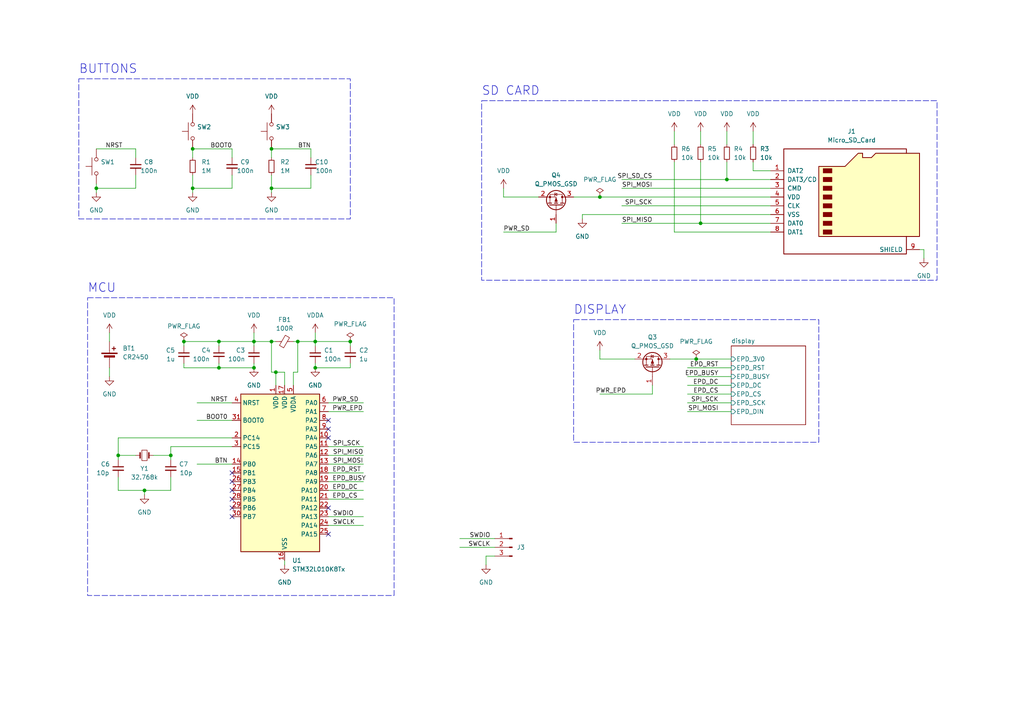
<source format=kicad_sch>
(kicad_sch (version 20230121) (generator eeschema)
  (paper "A4")
  (title_block (title "Photo Frame - Main") (date "2023-11-01") (company "Ricardo Falcão"))
  (lib_symbols
    (symbol "Connector:Conn_01x03_Pin" (pin_names (offset 1.016) hide)
      (property "Reference" "J" (at 0 5.08 0))
      (property "Value" "Conn_01x03_Pin" (at 0 -5.08 0))
      (symbol "Conn_01x03_Pin_1_1"
        (polyline (pts (xy 1.27 -2.54) (xy 0.8636 -2.54)) (stroke (width 0.1524)))
        (polyline (pts (xy 1.27 0) (xy 0.8636 0)) (stroke (width 0.1524)))
        (polyline (pts (xy 1.27 2.54) (xy 0.8636 2.54)) (stroke (width 0.1524)))
        (rectangle (start 0.8636 -2.413) (end 0 -2.667) (stroke (width 0.1524)) (fill (type outline)))
        (rectangle (start 0.8636 0.127) (end 0 -0.127) (stroke (width 0.1524)) (fill (type outline)))
        (rectangle (start 0.8636 2.667) (end 0 2.413) (stroke (width 0.1524)) (fill (type outline)))
        (pin passive line (at 5.08 2.54 180) (length 3.81) (name "Pin_1") (number "1"))
        (pin passive line (at 5.08 0 180) (length 3.81) (name "Pin_2") (number "2"))
        (pin passive line (at 5.08 -2.54 180) (length 3.81) (name "Pin_3") (number "3"))
      )
    )
    (symbol "Connector:Micro_SD_Card" (pin_names (offset 1.016))
      (property "Reference" "J" (at -16.51 15.24 0))
      (property "Value" "Micro_SD_Card" (at 16.51 15.24 0))
      (symbol "Micro_SD_Card_0_1"
        (rectangle (start -7.62 -9.525) (end -5.08 -10.795) (fill (type outline)))
        (rectangle (start -7.62 -6.985) (end -5.08 -8.255) (fill (type outline)))
        (rectangle (start -7.62 -4.445) (end -5.08 -5.715) (fill (type outline)))
        (rectangle (start -7.62 -1.905) (end -5.08 -3.175) (fill (type outline)))
        (rectangle (start -7.62 0.635) (end -5.08 -0.635) (fill (type outline)))
        (rectangle (start -7.62 3.175) (end -5.08 1.905) (fill (type outline)))
        (rectangle (start -7.62 5.715) (end -5.08 4.445) (fill (type outline)))
        (rectangle (start -7.62 8.255) (end -5.08 6.985) (fill (type outline)))
        (polyline (pts (xy 16.51 12.7) (xy 16.51 13.97) (xy -19.05 13.97) (xy -19.05 -16.51) (xy 16.51 -16.51) (xy 16.51 -11.43)) (stroke (width 0.254)))
        (polyline (pts (xy -8.89 -11.43) (xy -8.89 8.89) (xy -1.27 8.89) (xy 2.54 12.7) (xy 3.81 12.7) (xy 3.81 11.43) (xy 6.35 11.43) (xy 7.62 12.7) (xy 20.32 12.7) (xy 20.32 -11.43) (xy -8.89 -11.43)) (stroke (width 0.254)) (fill (type background)))
      )
      (symbol "Micro_SD_Card_1_1"
        (pin bidirectional line (at -22.86 7.62 0) (length 3.81) (name "DAT2") (number "1"))
        (pin bidirectional line (at -22.86 5.08 0) (length 3.81) (name "DAT3/CD") (number "2"))
        (pin input line (at -22.86 2.54 0) (length 3.81) (name "CMD") (number "3"))
        (pin power_in line (at -22.86 0 0) (length 3.81) (name "VDD") (number "4"))
        (pin input line (at -22.86 -2.54 0) (length 3.81) (name "CLK") (number "5"))
        (pin power_in line (at -22.86 -5.08 0) (length 3.81) (name "VSS") (number "6"))
        (pin bidirectional line (at -22.86 -7.62 0) (length 3.81) (name "DAT0") (number "7"))
        (pin bidirectional line (at -22.86 -10.16 0) (length 3.81) (name "DAT1") (number "8"))
        (pin passive line (at 20.32 -15.24 180) (length 3.81) (name "SHIELD") (number "9"))
      )
    )
    (symbol "Device:Battery_Cell" (pin_numbers hide) (pin_names (offset 0) hide)
      (property "Reference" "BT" (at 2.54 2.54 0))
      (property "Value" "Battery_Cell" (at 2.54 0 0))
      (symbol "Battery_Cell_0_1"
        (rectangle (start -2.286 1.778) (end 2.286 1.524) (fill (type outline)))
        (rectangle (start -1.524 1.016) (end 1.524 0.508) (fill (type outline)))
        (polyline (pts (xy 0 0.762) (xy 0 0)))
        (polyline (pts (xy 0 1.778) (xy 0 2.54)))
        (polyline (pts (xy 0.762 3.048) (xy 1.778 3.048)) (stroke (width 0.254)))
        (polyline (pts (xy 1.27 3.556) (xy 1.27 2.54)) (stroke (width 0.254)))
      )
      (symbol "Battery_Cell_1_1"
        (pin passive line (at 0 5.08 270) (length 2.54) (name "+") (number "1"))
        (pin passive line (at 0 -2.54 90) (length 2.54) (name "-") (number "2"))
      )
    )
    (symbol "Device:C_Small" (pin_numbers hide) (pin_names (offset 0.254) hide)
      (property "Reference" "C" (at 0.254 1.778 0))
      (property "Value" "C_Small" (at 0.254 -2.032 0))
      (symbol "C_Small_0_1"
        (polyline (pts (xy -1.524 -0.508) (xy 1.524 -0.508)) (stroke (width 0.3302)))
        (polyline (pts (xy -1.524 0.508) (xy 1.524 0.508)) (stroke (width 0.3048)))
      )
      (symbol "C_Small_1_1"
        (pin passive line (at 0 2.54 270) (length 2.032) (name "~") (number "1"))
        (pin passive line (at 0 -2.54 90) (length 2.032) (name "~") (number "2"))
      )
    )
    (symbol "Device:Crystal_Small" (pin_numbers hide) (pin_names (offset 1.016) hide)
      (property "Reference" "Y" (at 0 2.54 0))
      (property "Value" "Crystal_Small" (at 0 -2.54 0))
      (symbol "Crystal_Small_0_1"
        (rectangle (start -0.762 -1.524) (end 0.762 1.524))
        (polyline (pts (xy -1.27 -0.762) (xy -1.27 0.762)) (stroke (width 0.381)))
        (polyline (pts (xy 1.27 -0.762) (xy 1.27 0.762)) (stroke (width 0.381)))
      )
      (symbol "Crystal_Small_1_1"
        (pin passive line (at -2.54 0 0) (length 1.27) (name "1") (number "1"))
        (pin passive line (at 2.54 0 180) (length 1.27) (name "2") (number "2"))
      )
    )
    (symbol "Device:FerriteBead_Small" (pin_numbers hide) (pin_names (offset 0))
      (property "Reference" "FB" (at 1.905 1.27 0))
      (property "Value" "FerriteBead_Small" (at 1.905 -1.27 0))
      (symbol "FerriteBead_Small_0_1"
        (polyline (pts (xy 0 -1.27) (xy 0 -0.7874)))
        (polyline (pts (xy 0 0.889) (xy 0 1.2954)))
        (polyline (pts (xy -1.8288 0.2794) (xy -1.1176 1.4986) (xy 1.8288 -0.2032) (xy 1.1176 -1.4224) (xy -1.8288 0.2794)))
      )
      (symbol "FerriteBead_Small_1_1"
        (pin passive line (at 0 2.54 270) (length 1.27) (name "~") (number "1"))
        (pin passive line (at 0 -2.54 90) (length 1.27) (name "~") (number "2"))
      )
    )
    (symbol "Device:Q_PMOS_GSD" (pin_names (offset 0) hide)
      (property "Reference" "Q" (at 5.08 1.27 0))
      (property "Value" "Q_PMOS_GSD" (at 5.08 -1.27 0))
      (symbol "Q_PMOS_GSD_0_1"
        (polyline (pts (xy 0.254 0) (xy -2.54 0)))
        (polyline (pts (xy 0.254 1.905) (xy 0.254 -1.905)) (stroke (width 0.254)))
        (polyline (pts (xy 0.762 -1.27) (xy 0.762 -2.286)) (stroke (width 0.254)))
        (polyline (pts (xy 0.762 0.508) (xy 0.762 -0.508)) (stroke (width 0.254)))
        (polyline (pts (xy 0.762 2.286) (xy 0.762 1.27)) (stroke (width 0.254)))
        (polyline (pts (xy 2.54 2.54) (xy 2.54 1.778)))
        (polyline (pts (xy 2.54 -2.54) (xy 2.54 0) (xy 0.762 0)))
        (polyline (pts (xy 0.762 1.778) (xy 3.302 1.778) (xy 3.302 -1.778) (xy 0.762 -1.778)))
        (polyline (pts (xy 2.286 0) (xy 1.27 0.381) (xy 1.27 -0.381) (xy 2.286 0)) (fill (type outline)))
        (polyline (pts (xy 2.794 -0.508) (xy 2.921 -0.381) (xy 3.683 -0.381) (xy 3.81 -0.254)))
        (polyline (pts (xy 3.302 -0.381) (xy 2.921 0.254) (xy 3.683 0.254) (xy 3.302 -0.381)))
        (circle (center 1.651 0) (radius 2.794) (stroke (width 0.254)))
        (circle (center 2.54 -1.778) (radius 0.254) (fill (type outline)))
        (circle (center 2.54 1.778) (radius 0.254) (fill (type outline)))
      )
      (symbol "Q_PMOS_GSD_1_1"
        (pin input line (at -5.08 0 0) (length 2.54) (name "G") (number "1"))
        (pin passive line (at 2.54 -5.08 90) (length 2.54) (name "S") (number "2"))
        (pin passive line (at 2.54 5.08 270) (length 2.54) (name "D") (number "3"))
      )
    )
    (symbol "Device:R_Small" (pin_numbers hide) (pin_names (offset 0.254) hide)
      (property "Reference" "R" (at 0.762 0.508 0))
      (property "Value" "R_Small" (at 0.762 -1.016 0))
      (symbol "R_Small_0_1"
        (rectangle (start -0.762 1.778) (end 0.762 -1.778) (stroke (width 0.2032)))
      )
      (symbol "R_Small_1_1"
        (pin passive line (at 0 2.54 270) (length 0.762) (name "~") (number "1"))
        (pin passive line (at 0 -2.54 90) (length 0.762) (name "~") (number "2"))
      )
    )
    (symbol "MCU_ST_STM32L0:STM32L010K8Tx"
      (property "Reference" "U" (at -10.16 24.13 0))
      (property "Value" "STM32L010K8Tx" (at 7.62 24.13 0))
      (symbol "STM32L010K8Tx_0_1"
        (rectangle (start -10.16 -22.86) (end 12.7 22.86) (stroke (width 0.254)) (fill (type background)))
      )
      (symbol "STM32L010K8Tx_1_1"
        (pin power_in line (at 0 25.4 270) (length 2.54) (name "VDD") (number "1"))
        (pin bidirectional line (at 15.24 10.16 180) (length 2.54) (name "PA4") (number "10"))
        (pin bidirectional line (at 15.24 7.62 180) (length 2.54) (name "PA5") (number "11"))
        (pin bidirectional line (at 15.24 5.08 180) (length 2.54) (name "PA6") (number "12"))
        (pin bidirectional line (at 15.24 2.54 180) (length 2.54) (name "PA7") (number "13"))
        (pin bidirectional line (at -12.7 2.54 0) (length 2.54) (name "PB0") (number "14"))
        (pin bidirectional line (at -12.7 0 0) (length 2.54) (name "PB1") (number "15"))
        (pin power_in line (at 2.54 -25.4 90) (length 2.54) (name "VSS") (number "16"))
        (pin power_in line (at 2.54 25.4 270) (length 2.54) (name "VDD") (number "17"))
        (pin bidirectional line (at 15.24 0 180) (length 2.54) (name "PA8") (number "18"))
        (pin bidirectional line (at 15.24 -2.54 180) (length 2.54) (name "PA9") (number "19"))
        (pin bidirectional line (at -12.7 10.16 0) (length 2.54) (name "PC14") (number "2"))
        (pin bidirectional line (at 15.24 -5.08 180) (length 2.54) (name "PA10") (number "20"))
        (pin bidirectional line (at 15.24 -7.62 180) (length 2.54) (name "PA11") (number "21"))
        (pin bidirectional line (at 15.24 -10.16 180) (length 2.54) (name "PA12") (number "22"))
        (pin bidirectional line (at 15.24 -12.7 180) (length 2.54) (name "PA13") (number "23"))
        (pin bidirectional line (at 15.24 -15.24 180) (length 2.54) (name "PA14") (number "24"))
        (pin bidirectional line (at 15.24 -17.78 180) (length 2.54) (name "PA15") (number "25"))
        (pin bidirectional line (at -12.7 -2.54 0) (length 2.54) (name "PB3") (number "26"))
        (pin bidirectional line (at -12.7 -5.08 0) (length 2.54) (name "PB4") (number "27"))
        (pin bidirectional line (at -12.7 -7.62 0) (length 2.54) (name "PB5") (number "28"))
        (pin bidirectional line (at -12.7 -10.16 0) (length 2.54) (name "PB6") (number "29"))
        (pin bidirectional line (at -12.7 7.62 0) (length 2.54) (name "PC15") (number "3"))
        (pin bidirectional line (at -12.7 -12.7 0) (length 2.54) (name "PB7") (number "30"))
        (pin input line (at -12.7 15.24 0) (length 2.54) (name "BOOT0") (number "31"))
        (pin passive line (at 2.54 -25.4 90) (length 2.54) hide (name "VSS") (number "32"))
        (pin input line (at -12.7 20.32 0) (length 2.54) (name "NRST") (number "4"))
        (pin power_in line (at 5.08 25.4 270) (length 2.54) (name "VDDA") (number "5"))
        (pin bidirectional line (at 15.24 20.32 180) (length 2.54) (name "PA0") (number "6"))
        (pin bidirectional line (at 15.24 17.78 180) (length 2.54) (name "PA1") (number "7"))
        (pin bidirectional line (at 15.24 15.24 180) (length 2.54) (name "PA2") (number "8"))
        (pin bidirectional line (at 15.24 12.7 180) (length 2.54) (name "PA3") (number "9"))
      )
    )
    (symbol "Switch:SW_Push" (pin_numbers hide) (pin_names (offset 1.016) hide)
      (property "Reference" "SW" (at 1.27 2.54 0))
      (property "Value" "SW_Push" (at 0 -1.524 0))
      (symbol "SW_Push_0_1"
        (circle (center -2.032 0) (radius 0.508))
        (polyline (pts (xy 0 1.27) (xy 0 3.048)))
        (polyline (pts (xy 2.54 1.27) (xy -2.54 1.27)))
        (circle (center 2.032 0) (radius 0.508))
        (pin passive line (at -5.08 0 0) (length 2.54) (name "1") (number "1"))
        (pin passive line (at 5.08 0 180) (length 2.54) (name "2") (number "2"))
      )
    )
    (symbol "power:GND" (power) (pin_names (offset 0))
      (property "Value" "GND" (at 0 -3.81 0))
      (symbol "GND_0_1"
        (polyline (pts (xy 0 0) (xy 0 -1.27) (xy 1.27 -1.27) (xy 0 -2.54) (xy -1.27 -1.27) (xy 0 -1.27)))
      )
      (symbol "GND_1_1"
        (pin power_in line (at 0 0 270) (length 0) hide (name "GND") (number "1"))
      )
    )
    (symbol "power:PWR_FLAG" (power) (pin_numbers hide) (pin_names (offset 0) hide)
      (property "Value" "PWR_FLAG" (at 0 3.81 0))
      (symbol "PWR_FLAG_0_0"
        (pin power_out line (at 0 0 90) (length 0) (name "pwr") (number "1"))
      )
      (symbol "PWR_FLAG_0_1"
        (polyline (pts (xy 0 0) (xy 0 1.27) (xy -1.016 1.905) (xy 0 2.54) (xy 1.016 1.905) (xy 0 1.27)))
      )
    )
    (symbol "power:VDD" (power) (pin_names (offset 0))
      (property "Value" "VDD" (at 0 3.81 0))
      (symbol "VDD_0_1"
        (polyline (pts (xy -0.762 1.27) (xy 0 2.54)))
        (polyline (pts (xy 0 0) (xy 0 2.54)))
        (polyline (pts (xy 0 2.54) (xy 0.762 1.27)))
      )
      (symbol "VDD_1_1"
        (pin power_in line (at 0 0 90) (length 0) hide (name "VDD") (number "1"))
      )
    )
    (symbol "power:VDDA" (power) (pin_names (offset 0))
      (property "Value" "VDDA" (at 0 3.81 0))
      (symbol "VDDA_0_1"
        (polyline (pts (xy -0.762 1.27) (xy 0 2.54)))
        (polyline (pts (xy 0 0) (xy 0 2.54)))
        (polyline (pts (xy 0 2.54) (xy 0.762 1.27)))
      )
      (symbol "VDDA_1_1"
        (pin power_in line (at 0 0 90) (length 0) hide (name "VDDA") (number "1"))
      )
    )
  )
  (junction (at 27.94 54.61))
  (junction (at 78.74 54.61))
  (junction (at 91.44 99.06))
  (junction (at 203.2 64.77))
  (junction (at 80.01 107.95))
  (junction (at 78.74 43.18))
  (junction (at 49.53 132.08))
  (junction (at 73.66 99.06))
  (junction (at 78.74 99.06))
  (junction (at 210.82 52.07))
  (junction (at 73.66 106.68))
  (junction (at 55.88 54.61))
  (junction (at 41.91 142.24))
  (junction (at 63.5 106.68))
  (junction (at 173.99 57.15))
  (junction (at 34.29 132.08))
  (junction (at 201.93 104.14))
  (junction (at 86.36 99.06))
  (junction (at 63.5 99.06))
  (junction (at 55.88 43.18))
  (junction (at 91.44 106.68))
  (junction (at 101.6 99.06))
  (junction (at 53.34 99.06))
  (no_connect (at 67.31 139.7))
  (no_connect (at 95.25 127))
  (no_connect (at 67.31 147.32))
  (no_connect (at 95.25 154.94))
  (no_connect (at 67.31 149.86))
  (no_connect (at 67.31 144.78))
  (no_connect (at 95.25 147.32))
  (no_connect (at 67.31 142.24))
  (no_connect (at 95.25 121.92))
  (no_connect (at 95.25 124.46))
  (no_connect (at 67.31 137.16))
  (wire (pts (xy 34.29 127) (xy 67.31 127)))
  (wire (pts (xy 223.52 49.53) (xy 218.44 49.53)))
  (wire (pts (xy 85.09 107.95) (xy 85.09 111.76)))
  (wire (pts (xy 49.53 132.08) (xy 44.45 132.08)))
  (wire (pts (xy 101.6 99.06) (xy 101.6 100.33)))
  (wire (pts (xy 78.74 50.8) (xy 78.74 54.61)))
  (wire (pts (xy 55.88 54.61) (xy 67.31 54.61)))
  (wire (pts (xy 80.01 111.76) (xy 80.01 107.95)))
  (wire (pts (xy 173.99 104.14) (xy 184.15 104.14)))
  (wire (pts (xy 95.25 116.84) (xy 105.41 116.84)))
  (wire (pts (xy 95.25 119.38) (xy 105.41 119.38)))
  (wire (pts (xy 199.39 119.38) (xy 212.09 119.38)))
  (wire (pts (xy 140.97 161.29) (xy 140.97 163.83)))
  (wire (pts (xy 63.5 106.68) (xy 53.34 106.68)))
  (wire (pts (xy 78.74 55.88) (xy 78.74 54.61)))
  (wire (pts (xy 218.44 49.53) (xy 218.44 46.99)))
  (wire (pts (xy 168.91 63.5) (xy 168.91 62.23)))
  (wire (pts (xy 34.29 132.08) (xy 34.29 133.35)))
  (wire (pts (xy 34.29 142.24) (xy 34.29 138.43)))
  (wire (pts (xy 73.66 99.06) (xy 78.74 99.06)))
  (wire (pts (xy 173.99 101.6) (xy 173.99 104.14)))
  (wire (pts (xy 63.5 105.41) (xy 63.5 106.68)))
  (wire (pts (xy 34.29 132.08) (xy 39.37 132.08)))
  (wire (pts (xy 95.25 149.86) (xy 105.41 149.86)))
  (wire (pts (xy 95.25 132.08) (xy 105.41 132.08)))
  (wire (pts (xy 91.44 99.06) (xy 101.6 99.06)))
  (wire (pts (xy 146.05 57.15) (xy 156.21 57.15)))
  (wire (pts (xy 146.05 54.61) (xy 146.05 57.15)))
  (wire (pts (xy 143.51 156.21) (xy 133.35 156.21)))
  (wire (pts (xy 194.31 104.14) (xy 201.93 104.14)))
  (wire (pts (xy 31.75 109.22) (xy 31.75 106.68)))
  (wire (pts (xy 95.25 142.24) (xy 105.41 142.24)))
  (wire (pts (xy 166.37 57.15) (xy 173.99 57.15)))
  (wire (pts (xy 91.44 105.41) (xy 91.44 106.68)))
  (wire (pts (xy 27.94 54.61) (xy 39.37 54.61)))
  (wire (pts (xy 41.91 143.51) (xy 41.91 142.24)))
  (wire (pts (xy 168.91 62.23) (xy 223.52 62.23)))
  (wire (pts (xy 78.74 107.95) (xy 80.01 107.95)))
  (wire (pts (xy 27.94 55.88) (xy 27.94 54.61)))
  (wire (pts (xy 78.74 43.18) (xy 90.17 43.18)))
  (wire (pts (xy 73.66 100.33) (xy 73.66 99.06)))
  (wire (pts (xy 95.25 134.62) (xy 105.41 134.62)))
  (wire (pts (xy 210.82 52.07) (xy 223.52 52.07)))
  (wire (pts (xy 95.25 139.7) (xy 105.41 139.7)))
  (wire (pts (xy 34.29 127) (xy 34.29 132.08)))
  (wire (pts (xy 55.88 55.88) (xy 55.88 54.61)))
  (wire (pts (xy 73.66 106.68) (xy 63.5 106.68)))
  (wire (pts (xy 143.51 158.75) (xy 133.35 158.75)))
  (wire (pts (xy 195.58 38.1) (xy 195.58 41.91)))
  (wire (pts (xy 95.25 129.54) (xy 105.41 129.54)))
  (wire (pts (xy 78.74 99.06) (xy 80.01 99.06)))
  (wire (pts (xy 73.66 105.41) (xy 73.66 106.68)))
  (wire (pts (xy 31.75 96.52) (xy 31.75 99.06)))
  (wire (pts (xy 223.52 67.31) (xy 195.58 67.31)))
  (wire (pts (xy 78.74 99.06) (xy 78.74 107.95)))
  (wire (pts (xy 199.39 116.84) (xy 212.09 116.84)))
  (wire (pts (xy 203.2 46.99) (xy 203.2 64.77)))
  (wire (pts (xy 101.6 105.41) (xy 101.6 106.68)))
  (wire (pts (xy 39.37 50.8) (xy 39.37 54.61)))
  (wire (pts (xy 146.05 67.31) (xy 161.29 67.31)))
  (wire (pts (xy 180.34 54.61) (xy 223.52 54.61)))
  (wire (pts (xy 180.34 52.07) (xy 210.82 52.07)))
  (wire (pts (xy 67.31 116.84) (xy 57.15 116.84)))
  (wire (pts (xy 173.99 57.15) (xy 223.52 57.15)))
  (wire (pts (xy 189.23 111.76) (xy 189.23 114.3)))
  (wire (pts (xy 86.36 99.06) (xy 85.09 99.06)))
  (wire (pts (xy 218.44 38.1) (xy 218.44 41.91)))
  (wire (pts (xy 161.29 64.77) (xy 161.29 67.31)))
  (wire (pts (xy 180.34 64.77) (xy 203.2 64.77)))
  (wire (pts (xy 86.36 99.06) (xy 91.44 99.06)))
  (wire (pts (xy 67.31 45.72) (xy 67.31 43.18)))
  (wire (pts (xy 41.91 142.24) (xy 34.29 142.24)))
  (wire (pts (xy 55.88 45.72) (xy 55.88 43.18)))
  (wire (pts (xy 210.82 46.99) (xy 210.82 52.07)))
  (wire (pts (xy 199.39 106.68) (xy 212.09 106.68)))
  (wire (pts (xy 91.44 106.68) (xy 101.6 106.68)))
  (wire (pts (xy 78.74 54.61) (xy 90.17 54.61)))
  (wire (pts (xy 78.74 45.72) (xy 78.74 43.18)))
  (wire (pts (xy 53.34 99.06) (xy 53.34 100.33)))
  (wire (pts (xy 91.44 100.33) (xy 91.44 99.06)))
  (wire (pts (xy 49.53 133.35) (xy 49.53 132.08)))
  (wire (pts (xy 267.97 72.39) (xy 267.97 74.93)))
  (wire (pts (xy 195.58 67.31) (xy 195.58 46.99)))
  (wire (pts (xy 55.88 50.8) (xy 55.88 54.61)))
  (wire (pts (xy 203.2 64.77) (xy 223.52 64.77)))
  (wire (pts (xy 49.53 129.54) (xy 67.31 129.54)))
  (wire (pts (xy 95.25 144.78) (xy 105.41 144.78)))
  (wire (pts (xy 199.39 109.22) (xy 212.09 109.22)))
  (wire (pts (xy 90.17 45.72) (xy 90.17 43.18)))
  (wire (pts (xy 90.17 50.8) (xy 90.17 54.61)))
  (wire (pts (xy 49.53 129.54) (xy 49.53 132.08)))
  (wire (pts (xy 95.25 152.4) (xy 105.41 152.4)))
  (wire (pts (xy 67.31 50.8) (xy 67.31 54.61)))
  (wire (pts (xy 67.31 121.92) (xy 57.15 121.92)))
  (wire (pts (xy 73.66 96.52) (xy 73.66 99.06)))
  (wire (pts (xy 53.34 105.41) (xy 53.34 106.68)))
  (wire (pts (xy 27.94 54.61) (xy 27.94 53.34)))
  (wire (pts (xy 86.36 99.06) (xy 86.36 107.95)))
  (wire (pts (xy 49.53 138.43) (xy 49.53 142.24)))
  (wire (pts (xy 82.55 163.83) (xy 82.55 162.56)))
  (wire (pts (xy 267.97 72.39) (xy 266.7 72.39)))
  (wire (pts (xy 86.36 107.95) (xy 85.09 107.95)))
  (wire (pts (xy 63.5 99.06) (xy 63.5 100.33)))
  (wire (pts (xy 203.2 38.1) (xy 203.2 41.91)))
  (wire (pts (xy 82.55 107.95) (xy 82.55 111.76)))
  (wire (pts (xy 173.99 114.3) (xy 189.23 114.3)))
  (wire (pts (xy 143.51 161.29) (xy 140.97 161.29)))
  (wire (pts (xy 27.94 43.18) (xy 39.37 43.18)))
  (wire (pts (xy 55.88 43.18) (xy 67.31 43.18)))
  (wire (pts (xy 80.01 107.95) (xy 82.55 107.95)))
  (wire (pts (xy 39.37 45.72) (xy 39.37 43.18)))
  (wire (pts (xy 199.39 114.3) (xy 212.09 114.3)))
  (wire (pts (xy 201.93 104.14) (xy 212.09 104.14)))
  (wire (pts (xy 63.5 99.06) (xy 53.34 99.06)))
  (wire (pts (xy 95.25 137.16) (xy 105.41 137.16)))
  (wire (pts (xy 210.82 38.1) (xy 210.82 41.91)))
  (wire (pts (xy 91.44 96.52) (xy 91.44 99.06)))
  (wire (pts (xy 41.91 142.24) (xy 49.53 142.24)))
  (wire (pts (xy 180.34 59.69) (xy 223.52 59.69)))
  (wire (pts (xy 67.31 134.62) (xy 57.15 134.62)))
  (wire (pts (xy 73.66 99.06) (xy 63.5 99.06)))
  (wire (pts (xy 199.39 111.76) (xy 212.09 111.76)))
  (rectangle (start 139.7 29.21) (end 271.78 81.28) (stroke (width 0) (type dash)))
  (rectangle (start 166.37 92.71) (end 237.49 128.27) (stroke (width 0) (type dash)))
  (rectangle (start 22.86 22.86) (end 101.6 63.5) (stroke (width 0) (type dash)))
  (rectangle (start 25.4 86.36) (end 114.3 172.72) (stroke (width 0) (type dash)))
  (text "BUTTONS" (at 22.86 21.59 0) (effects (font (size 2.54 2.54)) (justify left bottom)))
  (text "SD CARD" (at 139.7 27.94 0) (effects (font (size 2.54 2.54)) (justify left bottom)))
  (text "MCU" (at 25.4 85.09 0) (effects (font (size 2.54 2.54)) (justify left bottom)))
  (text "DISPLAY" (at 166.37 91.44 0) (effects (font (size 2.54 2.54)) (justify left bottom)))
  (label "EPD_DC" (at 208.4092 111.76 180))
  (label "BOOT0" (at 66.04 121.92 180))
  (label "SPI_MISO" (at 189.23 64.77 180))
  (label "EPD_BUSY" (at 96.3908 139.7 0))
  (label "PWR_SD" (at 153.67 67.31 180))
  (label "PWR_SD" (at 96.3908 116.84 0))
  (label "EPD_RST" (at 208.4092 106.68 180))
  (label "NRST" (at 35.56 43.18 180))
  (label "BTN" (at 90.17 43.18 180))
  (label "EPD_CS" (at 208.4092 114.3 180))
  (label "SPI_SCK" (at 208.4092 116.84 180))
  (label "SWCLK" (at 96.52 152.4 0))
  (label "SPI_MISO" (at 96.52 132.08 0))
  (label "PWR_EPD" (at 181.61 114.3 180))
  (label "BOOT0" (at 67.31 43.18 180))
  (label "SWDIO" (at 96.52 149.86 0))
  (label "EPD_DC" (at 96.3908 142.24 0))
  (label "SWCLK" (at 142.24 158.75 180))
  (label "SPI_SD_CS" (at 189.23 52.07 180))
  (label "SPI_SCK" (at 189.23 59.69 180))
  (label "SPI_MOSI" (at 208.4092 119.38 180))
  (label "NRST" (at 66.04 116.84 180))
  (label "SPI_MOSI" (at 189.23 54.61 180))
  (label "EPD_BUSY" (at 208.4092 109.22 180))
  (label "BTN" (at 66.04 134.62 180))
  (label "SPI_MOSI" (at 96.52 134.62 0))
  (label "PWR_EPD" (at 96.3908 119.38 0))
  (label "EPD_RST" (at 96.3908 137.16 0))
  (label "EPD_CS" (at 96.3908 144.78 0))
  (label "SPI_SCK" (at 96.52 129.54 0))
  (label "SWDIO" (at 142.24 156.21 180))
  (symbol (lib_id "power:GND") (at 27.94 55.88 0) (unit 1)
    (property "Reference" "#PWR07" (effects hide))
    (property "Value" "GND" (at 27.94 60.96 0))
  )
  (symbol (lib_id "Connector:Conn_01x03_Pin") (at 148.59 158.75 0) (mirror y) (unit 1)
    (property "Reference" "J3" (at 149.86 158.75 0) (effects (justify right)))
    (property "Value" "Conn_01x03_Pin" (effects hide))
    (property "Footprint" "Connector_PinSocket_2.54mm:PinSocket_1x03_P2.54mm_Vertical" (effects hide))
  )
  (symbol (lib_id "power:GND") (at 78.74 55.88 0) (unit 1)
    (property "Reference" "#PWR011" (effects hide))
    (property "Value" "GND" (at 78.74 60.96 0))
  )
  (symbol (lib_id "power:PWR_FLAG") (at 53.34 99.06 0) (unit 1)
    (property "Reference" "#FLG01" (effects hide))
    (property "Value" "PWR_FLAG" (at 53.34 94.615 0))
  )
  (symbol (lib_id "power:PWR_FLAG") (at 101.6 99.06 0) (unit 1)
    (property "Reference" "#FLG04" (effects hide))
    (property "Value" "PWR_FLAG" (at 101.6 93.98 0))
  )
  (symbol (lib_id "MCU_ST_STM32L0:STM32L010K8Tx") (at 80.01 137.16 0) (unit 1)
    (property "Reference" "U1" (at 84.7441 162.56 0) (effects (justify left)))
    (property "Value" "STM32L010K8Tx" (at 84.7441 165.1 0) (effects (justify left)))
    (property "Footprint" "Package_QFP:LQFP-32_7x7mm_P0.8mm" (effects hide))
    (property "Datasheet" "https://www.st.com/resource/en/datasheet/stm32l010k8.pdf" (effects hide))
  )
  (symbol (lib_id "Device:Battery_Cell") (at 31.75 104.14 0) (unit 1)
    (property "Reference" "BT1" (at 35.56 101.0285 0) (effects (justify left)))
    (property "Value" "CR2450" (at 35.56 103.5685 0) (effects (justify left)))
  )
  (symbol (lib_id "power:GND") (at 73.66 106.68 0) (mirror y) (unit 1)
    (property "Reference" "#PWR04" (effects hide))
    (property "Value" "GND" (at 73.66 111.76 0))
  )
  (symbol (lib_id "Device:R_Small") (at 218.44 44.45 180) (unit 1)
    (property "Reference" "R3" (at 220.4229 43.18 0) (effects (justify right)))
    (property "Value" "10k" (at 220.4229 45.72 0) (effects (justify right)))
    (property "Footprint" "Resistor_SMD:R_0603_1608Metric" (effects hide))
  )
  (symbol (lib_id "power:GND") (at 82.55 163.83 0) (unit 1)
    (property "Reference" "#PWR06" (effects hide))
    (property "Value" "GND" (at 82.55 168.91 0))
  )
  (symbol (lib_id "Device:C_Small") (at 73.66 102.87 0) (mirror y) (unit 1)
    (property "Reference" "C3" (at 71.12 101.6063 0) (effects (justify left)))
    (property "Value" "100n" (at 71.12 104.1463 0) (effects (justify left)))
    (property "Footprint" "Capacitor_SMD:C_0603_1608Metric" (effects hide))
  )
  (symbol (lib_id "power:VDD") (at 78.74 33.02 0) (unit 1)
    (property "Reference" "#PWR010" (effects hide))
    (property "Value" "VDD" (at 78.74 27.94 0))
  )
  (symbol (lib_id "Device:C_Small") (at 53.34 102.87 0) (mirror y) (unit 1)
    (property "Reference" "C5" (at 50.8 101.6063 0) (effects (justify left)))
    (property "Value" "1u" (at 50.8 104.1463 0) (effects (justify left)))
    (property "Footprint" "Capacitor_SMD:C_0603_1608Metric" (effects hide))
  )
  (symbol (lib_id "power:GND") (at 168.91 63.5 0) (unit 1)
    (property "Reference" "#PWR013" (effects hide))
    (property "Value" "GND" (at 168.91 68.58 0))
  )
  (symbol (lib_id "power:VDD") (at 210.82 38.1 0) (unit 1)
    (property "Reference" "#PWR016" (effects hide))
    (property "Value" "VDD" (at 210.82 33.02 0))
  )
  (symbol (lib_id "Device:C_Small") (at 101.6 102.87 0) (unit 1)
    (property "Reference" "C2" (at 104.14 101.6063 0) (effects (justify left)))
    (property "Value" "1u" (at 104.14 104.1463 0) (effects (justify left)))
    (property "Footprint" "Capacitor_SMD:C_0603_1608Metric" (effects hide))
  )
  (symbol (lib_id "Device:R_Small") (at 210.82 44.45 180) (unit 1)
    (property "Reference" "R4" (at 212.8029 43.18 0) (effects (justify right)))
    (property "Value" "10k" (at 212.8029 45.72 0) (effects (justify right)))
    (property "Footprint" "Resistor_SMD:R_0603_1608Metric" (effects hide))
  )
  (symbol (lib_id "Device:C_Small") (at 63.5 102.87 0) (mirror y) (unit 1)
    (property "Reference" "C4" (at 58.42 101.6 0) (effects (justify right)))
    (property "Value" "100n" (at 55.88 104.14 0) (effects (justify right)))
    (property "Footprint" "Capacitor_SMD:C_0603_1608Metric" (effects hide))
  )
  (symbol (lib_id "Device:Crystal_Small") (at 41.91 132.08 0) (unit 1)
    (property "Reference" "Y1" (at 41.91 135.89 0))
    (property "Value" "32.768k" (at 41.91 138.43 0))
  )
  (symbol (lib_id "power:GND") (at 31.75 109.22 0) (unit 1)
    (property "Reference" "#PWR019" (effects hide))
    (property "Value" "GND" (at 31.75 114.3 0))
  )
  (symbol (lib_id "Device:C_Small") (at 91.44 102.87 0) (unit 1)
    (property "Reference" "C1" (at 93.98 101.6063 0) (effects (justify left)))
    (property "Value" "100n" (at 93.98 104.1463 0) (effects (justify left)))
    (property "Footprint" "Capacitor_SMD:C_0603_1608Metric" (effects hide))
  )
  (symbol (lib_id "power:VDD") (at 146.05 54.61 0) (unit 1)
    (property "Reference" "#PWR014" (effects hide))
    (property "Value" "VDD" (at 146.05 49.53 0))
  )
  (symbol (lib_id "power:VDD") (at 218.44 38.1 0) (unit 1)
    (property "Reference" "#PWR015" (effects hide))
    (property "Value" "VDD" (at 218.44 33.02 0))
  )
  (symbol (lib_id "Switch:SW_Push") (at 27.94 48.26 90) (unit 1)
    (property "Reference" "SW1" (at 29.21 46.99 90) (effects (justify right)))
    (property "Value" "SW_Push" (effects hide))
  )
  (symbol (lib_id "Device:C_Small") (at 34.29 135.89 0) (mirror y) (unit 1)
    (property "Reference" "C6" (at 29.21 134.62 0) (effects (justify right)))
    (property "Value" "10p" (at 27.94 137.16 0) (effects (justify right)))
    (property "Footprint" "Capacitor_SMD:C_0603_1608Metric" (effects hide))
  )
  (symbol (lib_id "Switch:SW_Push") (at 78.74 38.1 90) (unit 1)
    (property "Reference" "SW3" (at 80.01 36.83 90) (effects (justify right)))
    (property "Value" "SW_Push" (effects hide))
  )
  (symbol (lib_id "Device:R_Small") (at 203.2 44.45 180) (unit 1)
    (property "Reference" "R5" (at 205.1829 43.18 0) (effects (justify right)))
    (property "Value" "10k" (at 205.1829 45.72 0) (effects (justify right)))
    (property "Footprint" "Resistor_SMD:R_0603_1608Metric" (effects hide))
  )
  (symbol (lib_id "power:GND") (at 267.97 74.93 0) (unit 1)
    (property "Reference" "#PWR012" (effects hide))
    (property "Value" "GND" (at 267.97 80.01 0))
  )
  (symbol (lib_id "Device:C_Small") (at 39.37 48.26 0) (unit 1)
    (property "Reference" "C8" (at 44.45 46.99 0) (effects (justify right)))
    (property "Value" "100n" (at 45.72 49.53 0) (effects (justify right)))
    (property "Footprint" "Capacitor_SMD:C_0603_1608Metric" (effects hide))
  )
  (symbol (lib_id "power:VDD") (at 195.58 38.1 0) (unit 1)
    (property "Reference" "#PWR018" (effects hide))
    (property "Value" "VDD" (at 195.58 33.02 0))
  )
  (symbol (lib_id "Device:C_Small") (at 49.53 135.89 0) (unit 1)
    (property "Reference" "C7" (at 54.61 134.62 0) (effects (justify right)))
    (property "Value" "10p" (at 55.88 137.16 0) (effects (justify right)))
    (property "Footprint" "Capacitor_SMD:C_0603_1608Metric" (effects hide))
  )
  (symbol (lib_id "power:VDD") (at 173.99 101.6 0) (unit 1)
    (property "Reference" "#PWR030" (effects hide))
    (property "Value" "VDD" (at 173.99 96.52 0))
  )
  (symbol (lib_id "power:VDD") (at 55.88 33.02 0) (unit 1)
    (property "Reference" "#PWR09" (effects hide))
    (property "Value" "VDD" (at 55.88 27.94 0))
  )
  (symbol (lib_id "power:GND") (at 140.97 163.83 0) (unit 1)
    (property "Reference" "#PWR031" (effects hide))
    (property "Value" "GND" (at 140.97 168.91 0))
  )
  (symbol (lib_id "power:VDD") (at 31.75 96.52 0) (unit 1)
    (property "Reference" "#PWR020" (effects hide))
    (property "Value" "VDD" (at 31.75 91.44 0))
  )
  (symbol (lib_id "power:PWR_FLAG") (at 201.93 104.14 0) (unit 1)
    (property "Reference" "#FLG02" (effects hide))
    (property "Value" "PWR_FLAG" (at 201.93 99.06 0))
  )
  (symbol (lib_id "Device:C_Small") (at 90.17 48.26 0) (unit 1)
    (property "Reference" "C10" (at 95.25 46.99 0) (effects (justify right)))
    (property "Value" "100n" (at 96.52 49.53 0) (effects (justify right)))
    (property "Footprint" "Capacitor_SMD:C_0603_1608Metric" (effects hide))
  )
  (symbol (lib_id "Device:Q_PMOS_GSD") (at 161.29 59.69 270) (mirror x) (unit 1)
    (property "Reference" "Q4" (at 161.29 50.8 90))
    (property "Value" "Q_PMOS_GSD" (at 161.29 53.34 90))
  )
  (symbol (lib_id "power:PWR_FLAG") (at 173.99 57.15 0) (unit 1)
    (property "Reference" "#FLG03" (effects hide))
    (property "Value" "PWR_FLAG" (at 173.99 52.07 0))
  )
  (symbol (lib_id "power:GND") (at 41.91 143.51 0) (unit 1)
    (property "Reference" "#PWR05" (effects hide))
    (property "Value" "GND" (at 41.91 148.59 0))
  )
  (symbol (lib_id "power:VDDA") (at 91.44 96.52 0) (unit 1)
    (property "Reference" "#PWR02" (effects hide))
    (property "Value" "VDDA" (at 91.44 91.44 0))
  )
  (symbol (lib_id "power:GND") (at 91.44 106.68 0) (unit 1)
    (property "Reference" "#PWR03" (effects hide))
    (property "Value" "GND" (at 91.44 111.76 0))
  )
  (symbol (lib_id "Device:C_Small") (at 67.31 48.26 0) (unit 1)
    (property "Reference" "C9" (at 72.39 46.99 0) (effects (justify right)))
    (property "Value" "100n" (at 73.66 49.53 0) (effects (justify right)))
    (property "Footprint" "Capacitor_SMD:C_0603_1608Metric" (effects hide))
  )
  (symbol (lib_id "power:VDD") (at 203.2 38.1 0) (unit 1)
    (property "Reference" "#PWR017" (effects hide))
    (property "Value" "VDD" (at 203.2 33.02 0))
  )
  (symbol (lib_id "Switch:SW_Push") (at 55.88 38.1 90) (unit 1)
    (property "Reference" "SW2" (at 57.15 36.83 90) (effects (justify right)))
    (property "Value" "SW_Push" (effects hide))
  )
  (symbol (lib_id "Device:R_Small") (at 195.58 44.45 180) (unit 1)
    (property "Reference" "R6" (at 197.5629 43.18 0) (effects (justify right)))
    (property "Value" "10k" (at 197.5629 45.72 0) (effects (justify right)))
    (property "Footprint" "Resistor_SMD:R_0603_1608Metric" (effects hide))
  )
  (symbol (lib_id "Device:R_Small") (at 78.74 48.26 180) (unit 1)
    (property "Reference" "R2" (at 81.28 46.99 0) (effects (justify right)))
    (property "Value" "1M" (at 81.28 49.53 0) (effects (justify right)))
    (property "Footprint" "Resistor_SMD:R_0603_1608Metric" (effects hide))
  )
  (symbol (lib_id "Connector:Micro_SD_Card") (at 246.38 57.15 0) (unit 1)
    (property "Reference" "J1" (at 247.015 38.1 0))
    (property "Value" "Micro_SD_Card" (at 247.015 40.64 0))
    (property "Datasheet" "http://katalog.we-online.de/em/datasheet/693072010801.pdf" (effects hide))
  )
  (symbol (lib_id "power:GND") (at 55.88 55.88 0) (unit 1)
    (property "Reference" "#PWR08" (effects hide))
    (property "Value" "GND" (at 55.88 60.96 0))
  )
  (symbol (lib_id "power:VDD") (at 73.66 96.52 0) (unit 1)
    (property "Reference" "#PWR01" (effects hide))
    (property "Value" "VDD" (at 73.66 91.44 0))
  )
  (symbol (lib_id "Device:Q_PMOS_GSD") (at 189.23 106.68 270) (mirror x) (unit 1)
    (property "Reference" "Q3" (at 189.23 97.79 90))
    (property "Value" "Q_PMOS_GSD" (at 189.23 100.33 90))
  )
  (symbol (lib_id "Device:R_Small") (at 55.88 48.26 180) (unit 1)
    (property "Reference" "R1" (at 58.42 46.99 0) (effects (justify right)))
    (property "Value" "1M" (at 58.42 49.53 0) (effects (justify right)))
    (property "Footprint" "Resistor_SMD:R_0603_1608Metric" (effects hide))
  )
  (symbol (lib_id "Device:FerriteBead_Small") (at 82.55 99.06 90) (unit 1)
    (property "Reference" "FB1" (at 82.55 92.71 90))
    (property "Value" "100R" (at 82.55 95.25 90))
    (property "Footprint" "Inductor_SMD:L_0603_1608Metric" (effects hide))
  )
  (sheet (at 212.09 100.33) (size 21.59 22.86) (stroke (width 0.1524))
    (property "Sheetname" "display" (at 212.09 99.6184 0) (effects (justify left bottom)))
    (property "Sheetfile" "display.kicad_sch" (effects hide))
    (pin "EPD_RST" input (at 212.09 106.68 180))
    (pin "EPD_BUSY" input (at 212.09 109.22 180))
    (pin "EPD_SCK" input (at 212.09 116.84 180))
    (pin "EPD_CS" input (at 212.09 114.3 180))
    (pin "EPD_DC" input (at 212.09 111.76 180))
    (pin "EPD_DIN" input (at 212.09 119.38 180))
    (pin "EPD_3V0" input (at 212.09 104.14 180))
  )
)
</source>
